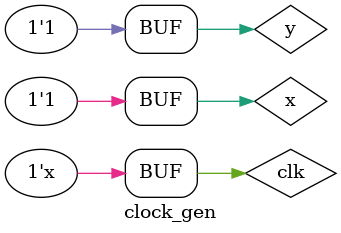
<source format=v>
module clock_gen;
	reg clk;
	reg x,y;
	wire z;
	and_ DUT(
			.x(x),
			.y(y),
			.z(z)
			);
	initial clk=0;
	always #10 clk=~clk;
	initial begin
		x=0;
		y=0;
		#100
		x=1;
		#100
		y=1;
		#100;
	end
endmodule 
</source>
